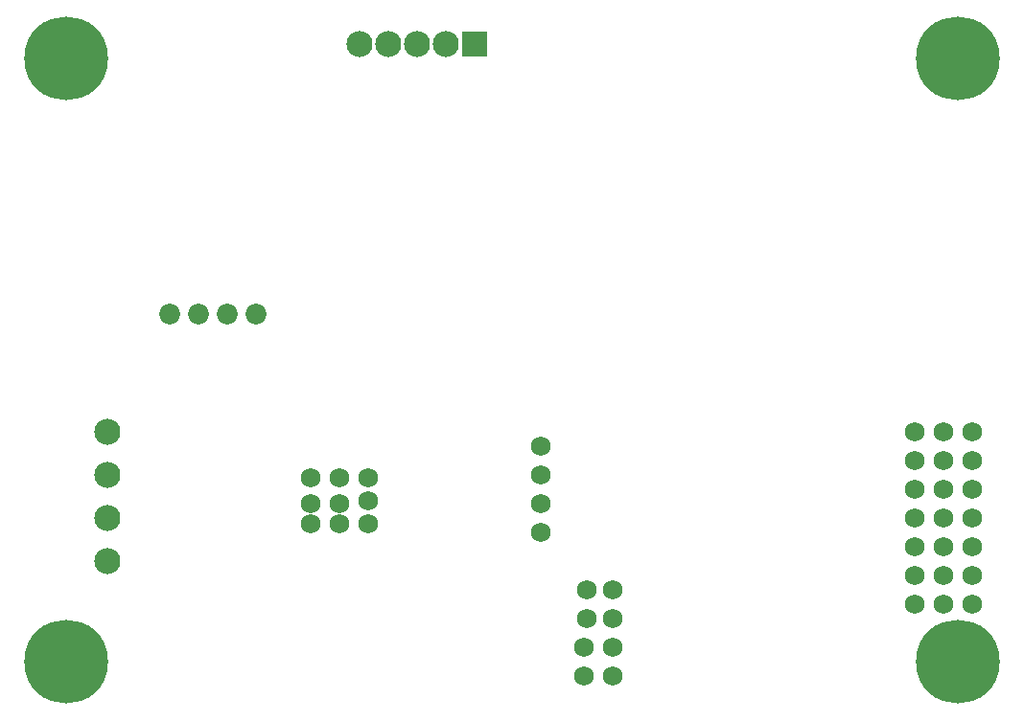
<source format=gbs>
G04*
G04 #@! TF.GenerationSoftware,Altium Limited,Altium Designer,23.0.1 (38)*
G04*
G04 Layer_Color=16711935*
%FSLAX44Y44*%
%MOMM*%
G71*
G04*
G04 #@! TF.SameCoordinates,185929F6-D6CA-45C1-83F6-0EDFB83A3BC2*
G04*
G04*
G04 #@! TF.FilePolarity,Negative*
G04*
G01*
G75*
%ADD108C,1.7272*%
%ADD109C,2.3032*%
%ADD110R,2.3032X2.3032*%
%ADD111C,7.4032*%
%ADD112C,1.8382*%
D108*
X469900Y190500D02*
D03*
Y165100D02*
D03*
Y215900D02*
D03*
Y241300D02*
D03*
X266700Y213360D02*
D03*
Y172720D02*
D03*
X292100D02*
D03*
X317500D02*
D03*
X292100Y190500D02*
D03*
X266700D02*
D03*
X317500Y193040D02*
D03*
Y213360D02*
D03*
X292100D02*
D03*
X533400Y114300D02*
D03*
Y88900D02*
D03*
Y63500D02*
D03*
Y38100D02*
D03*
X510540Y114300D02*
D03*
Y88900D02*
D03*
X508000Y63500D02*
D03*
Y38100D02*
D03*
X800100Y101600D02*
D03*
X825500D02*
D03*
X850900D02*
D03*
Y127000D02*
D03*
X825500D02*
D03*
X800100D02*
D03*
Y152400D02*
D03*
X825500D02*
D03*
X850900D02*
D03*
X800100Y177800D02*
D03*
X825500D02*
D03*
X850900D02*
D03*
Y203200D02*
D03*
X825500D02*
D03*
X800100D02*
D03*
Y228600D02*
D03*
X825500D02*
D03*
X850900D02*
D03*
Y254000D02*
D03*
X825500D02*
D03*
X800100D02*
D03*
D109*
X309880Y596900D02*
D03*
X335280D02*
D03*
X360680D02*
D03*
X386080D02*
D03*
X87044Y139635D02*
D03*
Y177735D02*
D03*
Y253935D02*
D03*
Y215835D02*
D03*
D110*
X411480Y596900D02*
D03*
D111*
X50800Y50800D02*
D03*
Y584200D02*
D03*
X838200Y50800D02*
D03*
Y584200D02*
D03*
D112*
X142240Y358140D02*
D03*
X167640D02*
D03*
X193040D02*
D03*
X218440D02*
D03*
M02*

</source>
